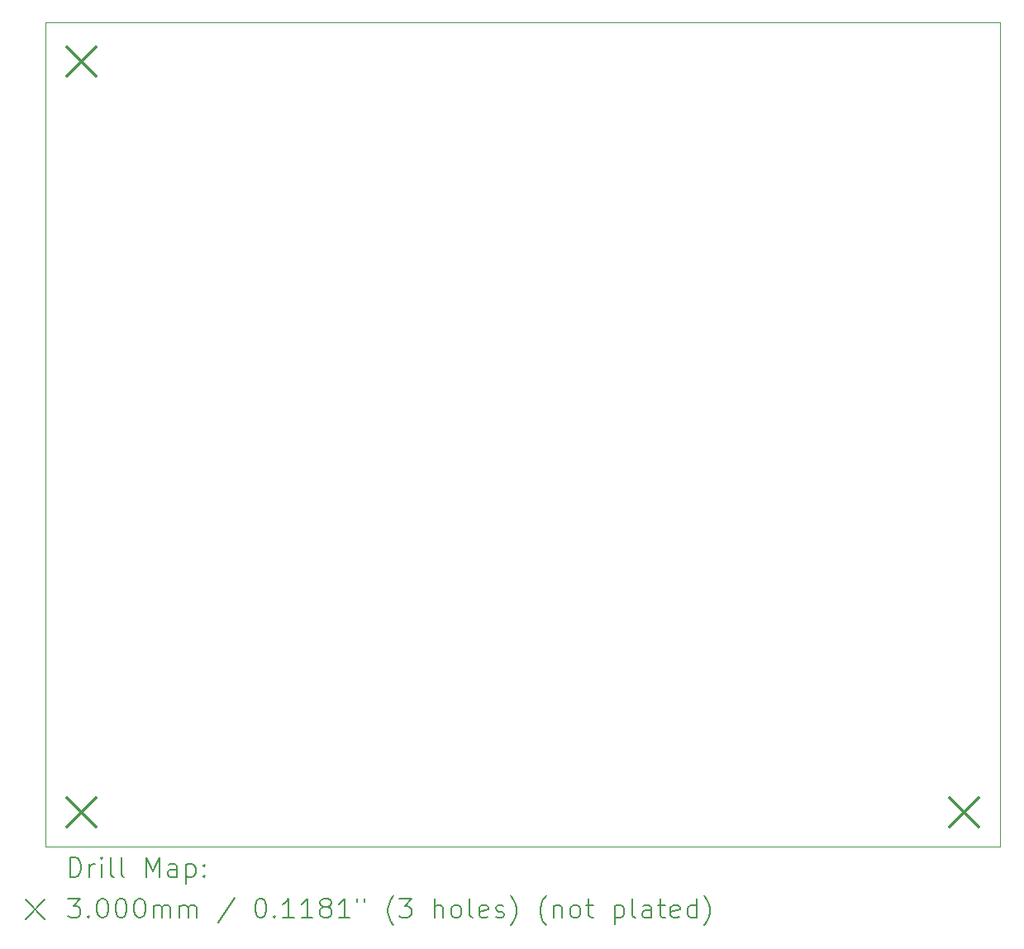
<source format=gbr>
%TF.GenerationSoftware,KiCad,Pcbnew,(6.0.11)*%
%TF.CreationDate,2024-05-04T19:15:54+02:00*%
%TF.ProjectId,dolphindos3-kicad,646f6c70-6869-46e6-946f-73332d6b6963,2*%
%TF.SameCoordinates,Original*%
%TF.FileFunction,Drillmap*%
%TF.FilePolarity,Positive*%
%FSLAX45Y45*%
G04 Gerber Fmt 4.5, Leading zero omitted, Abs format (unit mm)*
G04 Created by KiCad (PCBNEW (6.0.11)) date 2024-05-04 19:15:54*
%MOMM*%
%LPD*%
G01*
G04 APERTURE LIST*
%ADD10C,0.050000*%
%ADD11C,0.200000*%
%ADD12C,0.300000*%
G04 APERTURE END LIST*
D10*
X5344160Y-7095490D02*
X15123160Y-7095490D01*
X15123160Y-7095490D02*
X15123160Y-15540990D01*
X15123160Y-15540990D02*
X5344160Y-15540990D01*
X5344160Y-15540990D02*
X5344160Y-7095490D01*
D11*
D12*
X5565000Y-7343000D02*
X5865000Y-7643000D01*
X5865000Y-7343000D02*
X5565000Y-7643000D01*
X5565000Y-15039200D02*
X5865000Y-15339200D01*
X5865000Y-15039200D02*
X5565000Y-15339200D01*
X14607400Y-15039200D02*
X14907400Y-15339200D01*
X14907400Y-15039200D02*
X14607400Y-15339200D01*
D11*
X5599279Y-15853966D02*
X5599279Y-15653966D01*
X5646898Y-15653966D01*
X5675469Y-15663490D01*
X5694517Y-15682538D01*
X5704041Y-15701585D01*
X5713565Y-15739680D01*
X5713565Y-15768252D01*
X5704041Y-15806347D01*
X5694517Y-15825395D01*
X5675469Y-15844442D01*
X5646898Y-15853966D01*
X5599279Y-15853966D01*
X5799279Y-15853966D02*
X5799279Y-15720633D01*
X5799279Y-15758728D02*
X5808803Y-15739680D01*
X5818327Y-15730157D01*
X5837374Y-15720633D01*
X5856422Y-15720633D01*
X5923088Y-15853966D02*
X5923088Y-15720633D01*
X5923088Y-15653966D02*
X5913565Y-15663490D01*
X5923088Y-15673014D01*
X5932612Y-15663490D01*
X5923088Y-15653966D01*
X5923088Y-15673014D01*
X6046898Y-15853966D02*
X6027850Y-15844442D01*
X6018327Y-15825395D01*
X6018327Y-15653966D01*
X6151660Y-15853966D02*
X6132612Y-15844442D01*
X6123088Y-15825395D01*
X6123088Y-15653966D01*
X6380231Y-15853966D02*
X6380231Y-15653966D01*
X6446898Y-15796823D01*
X6513565Y-15653966D01*
X6513565Y-15853966D01*
X6694517Y-15853966D02*
X6694517Y-15749204D01*
X6684993Y-15730157D01*
X6665946Y-15720633D01*
X6627850Y-15720633D01*
X6608803Y-15730157D01*
X6694517Y-15844442D02*
X6675469Y-15853966D01*
X6627850Y-15853966D01*
X6608803Y-15844442D01*
X6599279Y-15825395D01*
X6599279Y-15806347D01*
X6608803Y-15787299D01*
X6627850Y-15777776D01*
X6675469Y-15777776D01*
X6694517Y-15768252D01*
X6789755Y-15720633D02*
X6789755Y-15920633D01*
X6789755Y-15730157D02*
X6808803Y-15720633D01*
X6846898Y-15720633D01*
X6865946Y-15730157D01*
X6875469Y-15739680D01*
X6884993Y-15758728D01*
X6884993Y-15815871D01*
X6875469Y-15834918D01*
X6865946Y-15844442D01*
X6846898Y-15853966D01*
X6808803Y-15853966D01*
X6789755Y-15844442D01*
X6970708Y-15834918D02*
X6980231Y-15844442D01*
X6970708Y-15853966D01*
X6961184Y-15844442D01*
X6970708Y-15834918D01*
X6970708Y-15853966D01*
X6970708Y-15730157D02*
X6980231Y-15739680D01*
X6970708Y-15749204D01*
X6961184Y-15739680D01*
X6970708Y-15730157D01*
X6970708Y-15749204D01*
X5141660Y-16083490D02*
X5341660Y-16283490D01*
X5341660Y-16083490D02*
X5141660Y-16283490D01*
X5580231Y-16073966D02*
X5704041Y-16073966D01*
X5637374Y-16150157D01*
X5665946Y-16150157D01*
X5684993Y-16159680D01*
X5694517Y-16169204D01*
X5704041Y-16188252D01*
X5704041Y-16235871D01*
X5694517Y-16254918D01*
X5684993Y-16264442D01*
X5665946Y-16273966D01*
X5608803Y-16273966D01*
X5589755Y-16264442D01*
X5580231Y-16254918D01*
X5789755Y-16254918D02*
X5799279Y-16264442D01*
X5789755Y-16273966D01*
X5780231Y-16264442D01*
X5789755Y-16254918D01*
X5789755Y-16273966D01*
X5923088Y-16073966D02*
X5942136Y-16073966D01*
X5961184Y-16083490D01*
X5970708Y-16093014D01*
X5980231Y-16112061D01*
X5989755Y-16150157D01*
X5989755Y-16197776D01*
X5980231Y-16235871D01*
X5970708Y-16254918D01*
X5961184Y-16264442D01*
X5942136Y-16273966D01*
X5923088Y-16273966D01*
X5904041Y-16264442D01*
X5894517Y-16254918D01*
X5884993Y-16235871D01*
X5875469Y-16197776D01*
X5875469Y-16150157D01*
X5884993Y-16112061D01*
X5894517Y-16093014D01*
X5904041Y-16083490D01*
X5923088Y-16073966D01*
X6113565Y-16073966D02*
X6132612Y-16073966D01*
X6151660Y-16083490D01*
X6161184Y-16093014D01*
X6170708Y-16112061D01*
X6180231Y-16150157D01*
X6180231Y-16197776D01*
X6170708Y-16235871D01*
X6161184Y-16254918D01*
X6151660Y-16264442D01*
X6132612Y-16273966D01*
X6113565Y-16273966D01*
X6094517Y-16264442D01*
X6084993Y-16254918D01*
X6075469Y-16235871D01*
X6065946Y-16197776D01*
X6065946Y-16150157D01*
X6075469Y-16112061D01*
X6084993Y-16093014D01*
X6094517Y-16083490D01*
X6113565Y-16073966D01*
X6304041Y-16073966D02*
X6323088Y-16073966D01*
X6342136Y-16083490D01*
X6351660Y-16093014D01*
X6361184Y-16112061D01*
X6370708Y-16150157D01*
X6370708Y-16197776D01*
X6361184Y-16235871D01*
X6351660Y-16254918D01*
X6342136Y-16264442D01*
X6323088Y-16273966D01*
X6304041Y-16273966D01*
X6284993Y-16264442D01*
X6275469Y-16254918D01*
X6265946Y-16235871D01*
X6256422Y-16197776D01*
X6256422Y-16150157D01*
X6265946Y-16112061D01*
X6275469Y-16093014D01*
X6284993Y-16083490D01*
X6304041Y-16073966D01*
X6456422Y-16273966D02*
X6456422Y-16140633D01*
X6456422Y-16159680D02*
X6465946Y-16150157D01*
X6484993Y-16140633D01*
X6513565Y-16140633D01*
X6532612Y-16150157D01*
X6542136Y-16169204D01*
X6542136Y-16273966D01*
X6542136Y-16169204D02*
X6551660Y-16150157D01*
X6570708Y-16140633D01*
X6599279Y-16140633D01*
X6618327Y-16150157D01*
X6627850Y-16169204D01*
X6627850Y-16273966D01*
X6723088Y-16273966D02*
X6723088Y-16140633D01*
X6723088Y-16159680D02*
X6732612Y-16150157D01*
X6751660Y-16140633D01*
X6780231Y-16140633D01*
X6799279Y-16150157D01*
X6808803Y-16169204D01*
X6808803Y-16273966D01*
X6808803Y-16169204D02*
X6818327Y-16150157D01*
X6837374Y-16140633D01*
X6865946Y-16140633D01*
X6884993Y-16150157D01*
X6894517Y-16169204D01*
X6894517Y-16273966D01*
X7284993Y-16064442D02*
X7113565Y-16321585D01*
X7542136Y-16073966D02*
X7561184Y-16073966D01*
X7580231Y-16083490D01*
X7589755Y-16093014D01*
X7599279Y-16112061D01*
X7608803Y-16150157D01*
X7608803Y-16197776D01*
X7599279Y-16235871D01*
X7589755Y-16254918D01*
X7580231Y-16264442D01*
X7561184Y-16273966D01*
X7542136Y-16273966D01*
X7523088Y-16264442D01*
X7513565Y-16254918D01*
X7504041Y-16235871D01*
X7494517Y-16197776D01*
X7494517Y-16150157D01*
X7504041Y-16112061D01*
X7513565Y-16093014D01*
X7523088Y-16083490D01*
X7542136Y-16073966D01*
X7694517Y-16254918D02*
X7704041Y-16264442D01*
X7694517Y-16273966D01*
X7684993Y-16264442D01*
X7694517Y-16254918D01*
X7694517Y-16273966D01*
X7894517Y-16273966D02*
X7780231Y-16273966D01*
X7837374Y-16273966D02*
X7837374Y-16073966D01*
X7818327Y-16102538D01*
X7799279Y-16121585D01*
X7780231Y-16131109D01*
X8084993Y-16273966D02*
X7970708Y-16273966D01*
X8027850Y-16273966D02*
X8027850Y-16073966D01*
X8008803Y-16102538D01*
X7989755Y-16121585D01*
X7970708Y-16131109D01*
X8199279Y-16159680D02*
X8180231Y-16150157D01*
X8170708Y-16140633D01*
X8161184Y-16121585D01*
X8161184Y-16112061D01*
X8170708Y-16093014D01*
X8180231Y-16083490D01*
X8199279Y-16073966D01*
X8237374Y-16073966D01*
X8256422Y-16083490D01*
X8265946Y-16093014D01*
X8275469Y-16112061D01*
X8275469Y-16121585D01*
X8265946Y-16140633D01*
X8256422Y-16150157D01*
X8237374Y-16159680D01*
X8199279Y-16159680D01*
X8180231Y-16169204D01*
X8170708Y-16178728D01*
X8161184Y-16197776D01*
X8161184Y-16235871D01*
X8170708Y-16254918D01*
X8180231Y-16264442D01*
X8199279Y-16273966D01*
X8237374Y-16273966D01*
X8256422Y-16264442D01*
X8265946Y-16254918D01*
X8275469Y-16235871D01*
X8275469Y-16197776D01*
X8265946Y-16178728D01*
X8256422Y-16169204D01*
X8237374Y-16159680D01*
X8465946Y-16273966D02*
X8351660Y-16273966D01*
X8408803Y-16273966D02*
X8408803Y-16073966D01*
X8389755Y-16102538D01*
X8370708Y-16121585D01*
X8351660Y-16131109D01*
X8542136Y-16073966D02*
X8542136Y-16112061D01*
X8618327Y-16073966D02*
X8618327Y-16112061D01*
X8913565Y-16350157D02*
X8904041Y-16340633D01*
X8884993Y-16312061D01*
X8875470Y-16293014D01*
X8865946Y-16264442D01*
X8856422Y-16216823D01*
X8856422Y-16178728D01*
X8865946Y-16131109D01*
X8875470Y-16102538D01*
X8884993Y-16083490D01*
X8904041Y-16054918D01*
X8913565Y-16045395D01*
X8970708Y-16073966D02*
X9094517Y-16073966D01*
X9027850Y-16150157D01*
X9056422Y-16150157D01*
X9075470Y-16159680D01*
X9084993Y-16169204D01*
X9094517Y-16188252D01*
X9094517Y-16235871D01*
X9084993Y-16254918D01*
X9075470Y-16264442D01*
X9056422Y-16273966D01*
X8999279Y-16273966D01*
X8980231Y-16264442D01*
X8970708Y-16254918D01*
X9332612Y-16273966D02*
X9332612Y-16073966D01*
X9418327Y-16273966D02*
X9418327Y-16169204D01*
X9408803Y-16150157D01*
X9389755Y-16140633D01*
X9361184Y-16140633D01*
X9342136Y-16150157D01*
X9332612Y-16159680D01*
X9542136Y-16273966D02*
X9523089Y-16264442D01*
X9513565Y-16254918D01*
X9504041Y-16235871D01*
X9504041Y-16178728D01*
X9513565Y-16159680D01*
X9523089Y-16150157D01*
X9542136Y-16140633D01*
X9570708Y-16140633D01*
X9589755Y-16150157D01*
X9599279Y-16159680D01*
X9608803Y-16178728D01*
X9608803Y-16235871D01*
X9599279Y-16254918D01*
X9589755Y-16264442D01*
X9570708Y-16273966D01*
X9542136Y-16273966D01*
X9723089Y-16273966D02*
X9704041Y-16264442D01*
X9694517Y-16245395D01*
X9694517Y-16073966D01*
X9875470Y-16264442D02*
X9856422Y-16273966D01*
X9818327Y-16273966D01*
X9799279Y-16264442D01*
X9789755Y-16245395D01*
X9789755Y-16169204D01*
X9799279Y-16150157D01*
X9818327Y-16140633D01*
X9856422Y-16140633D01*
X9875470Y-16150157D01*
X9884993Y-16169204D01*
X9884993Y-16188252D01*
X9789755Y-16207299D01*
X9961184Y-16264442D02*
X9980231Y-16273966D01*
X10018327Y-16273966D01*
X10037374Y-16264442D01*
X10046898Y-16245395D01*
X10046898Y-16235871D01*
X10037374Y-16216823D01*
X10018327Y-16207299D01*
X9989755Y-16207299D01*
X9970708Y-16197776D01*
X9961184Y-16178728D01*
X9961184Y-16169204D01*
X9970708Y-16150157D01*
X9989755Y-16140633D01*
X10018327Y-16140633D01*
X10037374Y-16150157D01*
X10113565Y-16350157D02*
X10123089Y-16340633D01*
X10142136Y-16312061D01*
X10151660Y-16293014D01*
X10161184Y-16264442D01*
X10170708Y-16216823D01*
X10170708Y-16178728D01*
X10161184Y-16131109D01*
X10151660Y-16102538D01*
X10142136Y-16083490D01*
X10123089Y-16054918D01*
X10113565Y-16045395D01*
X10475470Y-16350157D02*
X10465946Y-16340633D01*
X10446898Y-16312061D01*
X10437374Y-16293014D01*
X10427850Y-16264442D01*
X10418327Y-16216823D01*
X10418327Y-16178728D01*
X10427850Y-16131109D01*
X10437374Y-16102538D01*
X10446898Y-16083490D01*
X10465946Y-16054918D01*
X10475470Y-16045395D01*
X10551660Y-16140633D02*
X10551660Y-16273966D01*
X10551660Y-16159680D02*
X10561184Y-16150157D01*
X10580231Y-16140633D01*
X10608803Y-16140633D01*
X10627850Y-16150157D01*
X10637374Y-16169204D01*
X10637374Y-16273966D01*
X10761184Y-16273966D02*
X10742136Y-16264442D01*
X10732612Y-16254918D01*
X10723089Y-16235871D01*
X10723089Y-16178728D01*
X10732612Y-16159680D01*
X10742136Y-16150157D01*
X10761184Y-16140633D01*
X10789755Y-16140633D01*
X10808803Y-16150157D01*
X10818327Y-16159680D01*
X10827850Y-16178728D01*
X10827850Y-16235871D01*
X10818327Y-16254918D01*
X10808803Y-16264442D01*
X10789755Y-16273966D01*
X10761184Y-16273966D01*
X10884993Y-16140633D02*
X10961184Y-16140633D01*
X10913565Y-16073966D02*
X10913565Y-16245395D01*
X10923089Y-16264442D01*
X10942136Y-16273966D01*
X10961184Y-16273966D01*
X11180231Y-16140633D02*
X11180231Y-16340633D01*
X11180231Y-16150157D02*
X11199279Y-16140633D01*
X11237374Y-16140633D01*
X11256422Y-16150157D01*
X11265946Y-16159680D01*
X11275469Y-16178728D01*
X11275469Y-16235871D01*
X11265946Y-16254918D01*
X11256422Y-16264442D01*
X11237374Y-16273966D01*
X11199279Y-16273966D01*
X11180231Y-16264442D01*
X11389755Y-16273966D02*
X11370708Y-16264442D01*
X11361184Y-16245395D01*
X11361184Y-16073966D01*
X11551660Y-16273966D02*
X11551660Y-16169204D01*
X11542136Y-16150157D01*
X11523088Y-16140633D01*
X11484993Y-16140633D01*
X11465946Y-16150157D01*
X11551660Y-16264442D02*
X11532612Y-16273966D01*
X11484993Y-16273966D01*
X11465946Y-16264442D01*
X11456422Y-16245395D01*
X11456422Y-16226347D01*
X11465946Y-16207299D01*
X11484993Y-16197776D01*
X11532612Y-16197776D01*
X11551660Y-16188252D01*
X11618327Y-16140633D02*
X11694517Y-16140633D01*
X11646898Y-16073966D02*
X11646898Y-16245395D01*
X11656422Y-16264442D01*
X11675469Y-16273966D01*
X11694517Y-16273966D01*
X11837374Y-16264442D02*
X11818327Y-16273966D01*
X11780231Y-16273966D01*
X11761184Y-16264442D01*
X11751660Y-16245395D01*
X11751660Y-16169204D01*
X11761184Y-16150157D01*
X11780231Y-16140633D01*
X11818327Y-16140633D01*
X11837374Y-16150157D01*
X11846898Y-16169204D01*
X11846898Y-16188252D01*
X11751660Y-16207299D01*
X12018327Y-16273966D02*
X12018327Y-16073966D01*
X12018327Y-16264442D02*
X11999279Y-16273966D01*
X11961184Y-16273966D01*
X11942136Y-16264442D01*
X11932612Y-16254918D01*
X11923088Y-16235871D01*
X11923088Y-16178728D01*
X11932612Y-16159680D01*
X11942136Y-16150157D01*
X11961184Y-16140633D01*
X11999279Y-16140633D01*
X12018327Y-16150157D01*
X12094517Y-16350157D02*
X12104041Y-16340633D01*
X12123088Y-16312061D01*
X12132612Y-16293014D01*
X12142136Y-16264442D01*
X12151660Y-16216823D01*
X12151660Y-16178728D01*
X12142136Y-16131109D01*
X12132612Y-16102538D01*
X12123088Y-16083490D01*
X12104041Y-16054918D01*
X12094517Y-16045395D01*
M02*

</source>
